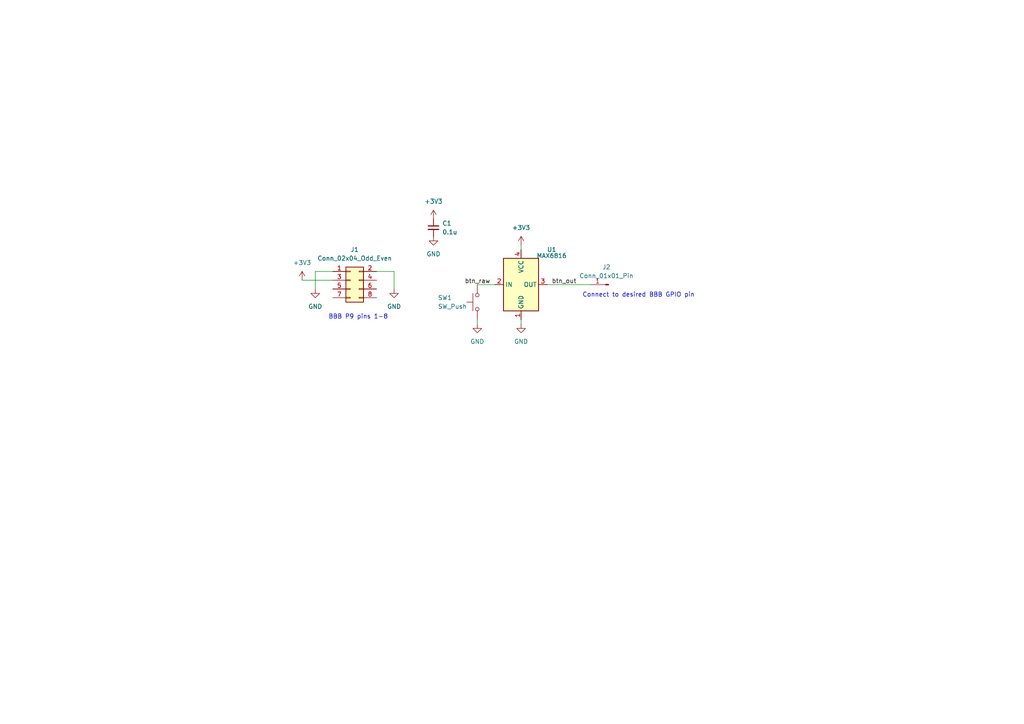
<source format=kicad_sch>
(kicad_sch (version 20230121) (generator eeschema)
  (paper "A4")
  (lib_symbols
    (symbol "Connector:Conn_01x01_Pin" (pin_names (offset 1.016) hide)
      (property "Reference" "J" (at 0 2.54 0))
      (property "Value" "Conn_01x01_Pin" (at 0 -2.54 0))
      (symbol "Conn_01x01_Pin_1_1"
        (polyline (pts (xy 1.27 0) (xy 0.8636 0)) (stroke (width 0.1524)))
        (rectangle (start 0.8636 0.127) (end 0 -0.127) (stroke (width 0.1524)) (fill (type outline)))
        (pin passive line (at 5.08 0 180) (length 3.81) (name "Pin_1") (number "1"))
      )
    )
    (symbol "Connector_Generic:Conn_02x04_Odd_Even" (pin_names (offset 1.016) hide)
      (property "Reference" "J" (at 1.27 5.08 0))
      (property "Value" "Conn_02x04_Odd_Even" (at 1.27 -7.62 0))
      (symbol "Conn_02x04_Odd_Even_1_1"
        (rectangle (start -1.27 -4.953) (end 0 -5.207) (stroke (width 0.1524)))
        (rectangle (start -1.27 -2.413) (end 0 -2.667) (stroke (width 0.1524)))
        (rectangle (start -1.27 0.127) (end 0 -0.127) (stroke (width 0.1524)))
        (rectangle (start -1.27 2.667) (end 0 2.413) (stroke (width 0.1524)))
        (rectangle (start -1.27 3.81) (end 3.81 -6.35) (stroke (width 0.254)) (fill (type background)))
        (rectangle (start 3.81 -4.953) (end 2.54 -5.207) (stroke (width 0.1524)))
        (rectangle (start 3.81 -2.413) (end 2.54 -2.667) (stroke (width 0.1524)))
        (rectangle (start 3.81 0.127) (end 2.54 -0.127) (stroke (width 0.1524)))
        (rectangle (start 3.81 2.667) (end 2.54 2.413) (stroke (width 0.1524)))
        (pin passive line (at -5.08 2.54 0) (length 3.81) (name "Pin_1") (number "1"))
        (pin passive line (at 7.62 2.54 180) (length 3.81) (name "Pin_2") (number "2"))
        (pin passive line (at -5.08 0 0) (length 3.81) (name "Pin_3") (number "3"))
        (pin passive line (at 7.62 0 180) (length 3.81) (name "Pin_4") (number "4"))
        (pin passive line (at -5.08 -2.54 0) (length 3.81) (name "Pin_5") (number "5"))
        (pin passive line (at 7.62 -2.54 180) (length 3.81) (name "Pin_6") (number "6"))
        (pin passive line (at -5.08 -5.08 0) (length 3.81) (name "Pin_7") (number "7"))
        (pin passive line (at 7.62 -5.08 180) (length 3.81) (name "Pin_8") (number "8"))
      )
    )
    (symbol "Device:C_Small" (pin_numbers hide) (pin_names (offset 0.254) hide)
      (property "Reference" "C" (at 0.254 1.778 0))
      (property "Value" "C_Small" (at 0.254 -2.032 0))
      (symbol "C_Small_0_1"
        (polyline (pts (xy -1.524 -0.508) (xy 1.524 -0.508)) (stroke (width 0.3302)))
        (polyline (pts (xy -1.524 0.508) (xy 1.524 0.508)) (stroke (width 0.3048)))
      )
      (symbol "C_Small_1_1"
        (pin passive line (at 0 2.54 270) (length 2.032) (name "~") (number "1"))
        (pin passive line (at 0 -2.54 90) (length 2.032) (name "~") (number "2"))
      )
    )
    (symbol "GND_1" (power) (pin_names (offset 0))
      (property "Value" "GND_1" (at 0 -3.81 0))
      (symbol "GND_1_0_1"
        (polyline (pts (xy 0 0) (xy 0 -1.27) (xy 1.27 -1.27) (xy 0 -2.54) (xy -1.27 -1.27) (xy 0 -1.27)))
      )
      (symbol "GND_1_1_1"
        (pin power_in line (at 0 0 270) (length 0) hide (name "GND") (number "1"))
      )
    )
    (symbol "GND_2" (power) (pin_names (offset 0))
      (property "Value" "GND_2" (at 0 -3.81 0))
      (symbol "GND_2_0_1"
        (polyline (pts (xy 0 0) (xy 0 -1.27) (xy 1.27 -1.27) (xy 0 -2.54) (xy -1.27 -1.27) (xy 0 -1.27)))
      )
      (symbol "GND_2_1_1"
        (pin power_in line (at 0 0 270) (length 0) hide (name "GND") (number "1"))
      )
    )
    (symbol "GND_3" (power) (pin_names (offset 0))
      (property "Value" "GND_3" (at 0 -3.81 0))
      (symbol "GND_3_0_1"
        (polyline (pts (xy 0 0) (xy 0 -1.27) (xy 1.27 -1.27) (xy 0 -2.54) (xy -1.27 -1.27) (xy 0 -1.27)))
      )
      (symbol "GND_3_1_1"
        (pin power_in line (at 0 0 270) (length 0) hide (name "GND") (number "1"))
      )
    )
    (symbol "GND_4" (power) (pin_names (offset 0))
      (property "Value" "GND_4" (at 0 -3.81 0))
      (symbol "GND_4_0_1"
        (polyline (pts (xy 0 0) (xy 0 -1.27) (xy 1.27 -1.27) (xy 0 -2.54) (xy -1.27 -1.27) (xy 0 -1.27)))
      )
      (symbol "GND_4_1_1"
        (pin power_in line (at 0 0 270) (length 0) hide (name "GND") (number "1"))
      )
    )
    (symbol "Interface:MAX6816"
      (property "Reference" "U" (at 2.54 8.89 0))
      (property "Value" "MAX6816" (at 5.08 -8.89 0))
      (symbol "MAX6816_0_1"
        (rectangle (start -5.08 7.62) (end 5.08 -7.62) (stroke (width 0.254)) (fill (type background)))
      )
      (symbol "MAX6816_1_1"
        (pin power_in line (at 0 -10.16 90) (length 2.54) (name "GND") (number "1"))
        (pin input line (at -7.62 0 0) (length 2.54) (name "IN") (number "2"))
        (pin output line (at 7.62 0 180) (length 2.54) (name "OUT") (number "3"))
        (pin power_in line (at 0 10.16 270) (length 2.54) (name "VCC") (number "4"))
      )
    )
    (symbol "Switch:SW_Push" (pin_numbers hide) (pin_names (offset 1.016) hide)
      (property "Reference" "SW" (at 1.27 2.54 0))
      (property "Value" "SW_Push" (at 0 -1.524 0))
      (symbol "SW_Push_0_1"
        (circle (center -2.032 0) (radius 0.508))
        (polyline (pts (xy 0 1.27) (xy 0 3.048)))
        (polyline (pts (xy 2.54 1.27) (xy -2.54 1.27)))
        (circle (center 2.032 0) (radius 0.508))
        (pin passive line (at -5.08 0 0) (length 2.54) (name "1") (number "1"))
        (pin passive line (at 5.08 0 180) (length 2.54) (name "2") (number "2"))
      )
    )
    (symbol "power:+3V3" (power) (pin_names (offset 0))
      (property "Value" "+3V3" (at 0 3.556 0))
      (symbol "+3V3_0_1"
        (polyline (pts (xy -0.762 1.27) (xy 0 2.54)))
        (polyline (pts (xy 0 0) (xy 0 2.54)))
        (polyline (pts (xy 0 2.54) (xy 0.762 1.27)))
      )
      (symbol "+3V3_1_1"
        (pin power_in line (at 0 0 90) (length 0) hide (name "+3V3") (number "1"))
      )
    )
    (symbol "power:GND" (power) (pin_names (offset 0))
      (property "Value" "GND" (at 0 -3.81 0))
      (symbol "GND_0_1"
        (polyline (pts (xy 0 0) (xy 0 -1.27) (xy 1.27 -1.27) (xy 0 -2.54) (xy -1.27 -1.27) (xy 0 -1.27)))
      )
      (symbol "GND_1_1"
        (pin power_in line (at 0 0 270) (length 0) hide (name "GND") (number "1"))
      )
    )
  )
  (wire (pts (xy 96.52 81.28) (xy 87.63 81.28)))
  (wire (pts (xy 158.75 82.55) (xy 171.45 82.55)))
  (wire (pts (xy 91.44 78.74) (xy 96.52 78.74)))
  (wire (pts (xy 151.13 72.39) (xy 151.13 71.12)))
  (wire (pts (xy 138.43 82.55) (xy 143.51 82.55)))
  (wire (pts (xy 109.22 78.74) (xy 114.3 78.74)))
  (wire (pts (xy 151.13 92.71) (xy 151.13 93.98)))
  (wire (pts (xy 138.43 92.71) (xy 138.43 93.98)))
  (wire (pts (xy 91.44 83.82) (xy 91.44 78.74)))
  (wire (pts (xy 114.3 78.74) (xy 114.3 83.82)))
  (text "BBB P9 pins 1-8" (at 95.25 92.71 0) (effects (font (size 1.27 1.27)) (justify left bottom)))
  (text "Connect to desired BBB GPIO pin" (at 168.91 86.36 0) (effects (font (size 1.27 1.27)) (justify left bottom)))
  (label "btn_out" (at 160.02 82.55 0))
  (label "btn_raw" (at 142.24 82.55 180))
  (symbol (lib_id "Interface:MAX6816") (at 151.13 82.55 0) (unit 1)
    (property "Reference" "U1" (at 160.02 72.39 0))
    (property "Value" "MAX6816" (at 160.02 74.1807 0))
    (property "Footprint" "Package_TO_SOT_SMD:SOT-143" (effects hide))
    (property "Datasheet" "https://datasheets.maximintegrated.com/en/ds/1896.pdf" (effects hide))
  )
  (symbol (lib_id "power:GND") (at 151.13 93.98 0) (unit 1)
    (property "Reference" "#PWR01" (effects hide))
    (property "Value" "GND" (at 151.13 99.06 0))
  )
  (symbol (lib_id "Connector:Conn_01x01_Pin") (at 176.53 82.55 180) (unit 1)
    (property "Reference" "J2" (at 175.895 77.47 0))
    (property "Value" "Conn_01x01_Pin" (at 175.895 80.01 0))
    (property "Footprint" "Connector_Wire:SolderWire-0.25sqmm_1x01_D0.65mm_OD2mm_Relief2x" (effects hide))
  )
  (symbol (lib_name "GND_3") (lib_id "power:GND") (at 91.44 83.82 0) (unit 1)
    (property "Reference" "#PWR07" (effects hide))
    (property "Value" "GND" (at 91.44 88.9 0))
  )
  (symbol (lib_name "GND_4") (lib_id "power:GND") (at 138.43 93.98 0) (unit 1)
    (property "Reference" "#PWR08" (effects hide))
    (property "Value" "GND" (at 138.43 99.06 0))
  )
  (symbol (lib_id "power:+3V3") (at 125.73 63.5 0) (unit 1)
    (property "Reference" "#PWR06" (effects hide))
    (property "Value" "+3V3" (at 125.73 58.42 0))
  )
  (symbol (lib_name "GND_1") (lib_id "power:GND") (at 125.73 68.58 0) (unit 1)
    (property "Reference" "#PWR02" (effects hide))
    (property "Value" "GND" (at 125.73 73.66 0))
  )
  (symbol (lib_id "power:+3V3") (at 87.63 81.28 0) (unit 1)
    (property "Reference" "#PWR04" (effects hide))
    (property "Value" "+3V3" (at 87.63 76.2 0))
  )
  (symbol (lib_id "power:+3V3") (at 151.13 71.12 0) (unit 1)
    (property "Reference" "#PWR05" (effects hide))
    (property "Value" "+3V3" (at 151.13 66.04 0))
  )
  (symbol (lib_id "Connector_Generic:Conn_02x04_Odd_Even") (at 101.6 81.28 0) (unit 1)
    (property "Reference" "J1" (at 102.87 72.39 0))
    (property "Value" "Conn_02x04_Odd_Even" (at 102.87 74.93 0))
    (property "Footprint" "Connector_PinHeader_2.54mm:PinHeader_2x04_P2.54mm_Vertical" (effects hide))
  )
  (symbol (lib_id "Device:C_Small") (at 125.73 66.04 0) (unit 1)
    (property "Reference" "C1" (at 128.27 64.7763 0) (effects (justify left)))
    (property "Value" "0.1u" (at 128.27 67.3163 0) (effects (justify left)))
    (property "Footprint" "Capacitor_SMD:C_0805_2012Metric" (effects hide))
  )
  (symbol (lib_name "GND_2") (lib_id "power:GND") (at 114.3 83.82 0) (unit 1)
    (property "Reference" "#PWR03" (effects hide))
    (property "Value" "GND" (at 114.3 88.9 0))
  )
  (symbol (lib_id "Switch:SW_Push") (at 138.43 87.63 90) (unit 1)
    (property "Reference" "SW1" (at 127 86.36 90) (effects (justify right)))
    (property "Value" "SW_Push" (at 127 88.9 90) (effects (justify right)))
    (property "Footprint" "Button_Switch_SMD:SW_Push_1P1T_NO_6x6mm_H9.5mm" (effects hide))
  )
)
</source>
